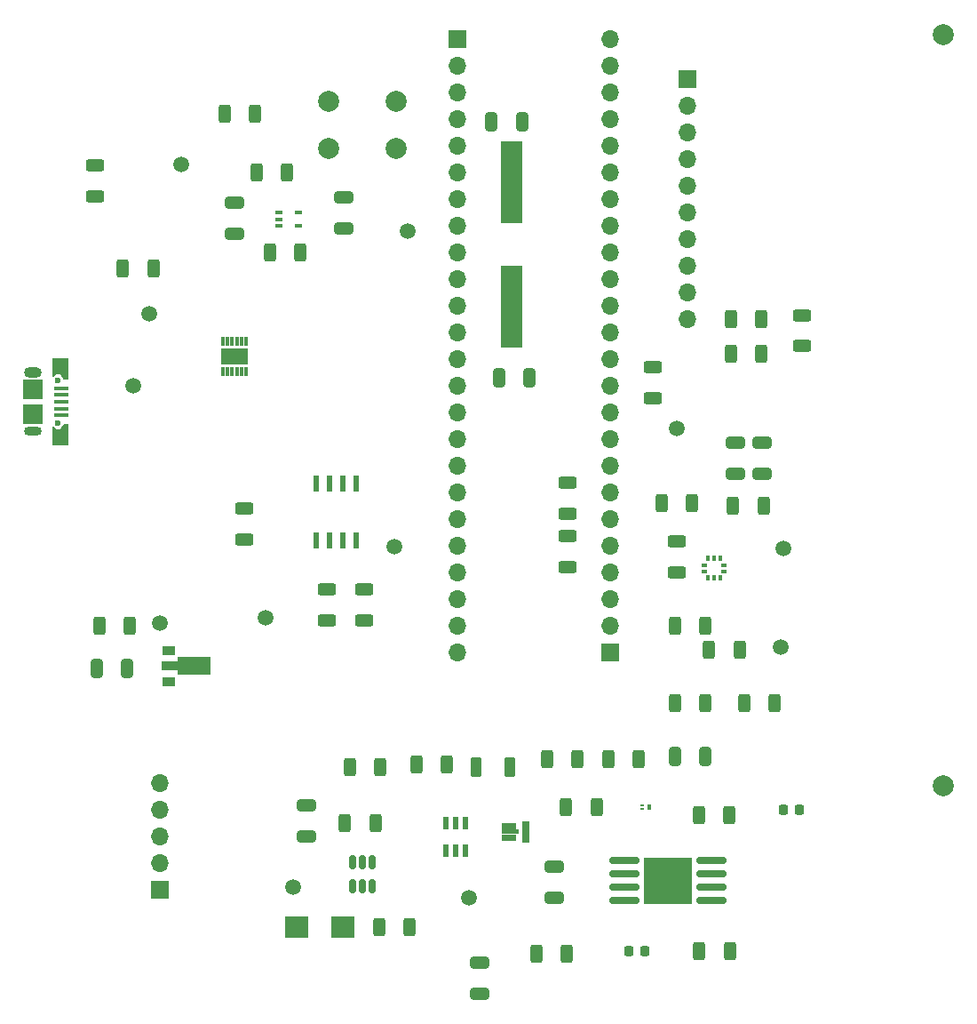
<source format=gbr>
%TF.GenerationSoftware,KiCad,Pcbnew,(7.0.0)*%
%TF.CreationDate,2023-04-25T10:25:48+02:00*%
%TF.ProjectId,main_v0.6,6d61696e-5f76-4302-9e36-2e6b69636164,rev?*%
%TF.SameCoordinates,Original*%
%TF.FileFunction,Soldermask,Top*%
%TF.FilePolarity,Negative*%
%FSLAX46Y46*%
G04 Gerber Fmt 4.6, Leading zero omitted, Abs format (unit mm)*
G04 Created by KiCad (PCBNEW (7.0.0)) date 2023-04-25 10:25:48*
%MOMM*%
%LPD*%
G01*
G04 APERTURE LIST*
G04 Aperture macros list*
%AMRoundRect*
0 Rectangle with rounded corners*
0 $1 Rounding radius*
0 $2 $3 $4 $5 $6 $7 $8 $9 X,Y pos of 4 corners*
0 Add a 4 corners polygon primitive as box body*
4,1,4,$2,$3,$4,$5,$6,$7,$8,$9,$2,$3,0*
0 Add four circle primitives for the rounded corners*
1,1,$1+$1,$2,$3*
1,1,$1+$1,$4,$5*
1,1,$1+$1,$6,$7*
1,1,$1+$1,$8,$9*
0 Add four rect primitives between the rounded corners*
20,1,$1+$1,$2,$3,$4,$5,0*
20,1,$1+$1,$4,$5,$6,$7,0*
20,1,$1+$1,$6,$7,$8,$9,0*
20,1,$1+$1,$8,$9,$2,$3,0*%
%AMFreePoly0*
4,1,9,3.862500,-0.866500,0.737500,-0.866500,0.737500,-0.450000,-0.737500,-0.450000,-0.737500,0.450000,0.737500,0.450000,0.737500,0.866500,3.862500,0.866500,3.862500,-0.866500,3.862500,-0.866500,$1*%
%AMFreePoly1*
4,1,9,1.050000,0.350000,0.550000,0.000000,0.550000,-0.400000,0.800000,-0.650000,0.800000,-0.800000,-1.050000,-0.800000,-1.050000,0.800000,1.050000,0.800000,1.050000,0.350000,1.050000,0.350000,$1*%
%AMFreePoly2*
4,1,9,1.050000,-0.800000,-0.800000,-0.800000,-0.800000,-0.650000,-0.550000,-0.400000,-0.550000,0.000000,-1.050000,0.350000,-1.050000,0.800000,1.050000,0.800000,1.050000,-0.800000,1.050000,-0.800000,$1*%
G04 Aperture macros list end*
%ADD10C,0.010000*%
%ADD11RoundRect,0.250000X-0.312500X-0.625000X0.312500X-0.625000X0.312500X0.625000X-0.312500X0.625000X0*%
%ADD12RoundRect,0.007500X-0.117500X0.412500X-0.117500X-0.412500X0.117500X-0.412500X0.117500X0.412500X0*%
%ADD13R,2.500000X1.600000*%
%ADD14RoundRect,0.250000X0.625000X-0.312500X0.625000X0.312500X-0.625000X0.312500X-0.625000X-0.312500X0*%
%ADD15R,0.650000X0.400000*%
%ADD16R,1.700000X1.700000*%
%ADD17O,1.700000X1.700000*%
%ADD18RoundRect,0.250000X-0.325000X-0.650000X0.325000X-0.650000X0.325000X0.650000X-0.325000X0.650000X0*%
%ADD19C,1.500000*%
%ADD20RoundRect,0.250000X-0.625000X0.312500X-0.625000X-0.312500X0.625000X-0.312500X0.625000X0.312500X0*%
%ADD21RoundRect,0.218750X-0.218750X-0.256250X0.218750X-0.256250X0.218750X0.256250X-0.218750X0.256250X0*%
%ADD22R,0.550000X1.200000*%
%ADD23R,2.000000X7.875000*%
%ADD24RoundRect,0.250000X0.312500X0.625000X-0.312500X0.625000X-0.312500X-0.625000X0.312500X-0.625000X0*%
%ADD25RoundRect,0.250000X-0.275000X-0.700000X0.275000X-0.700000X0.275000X0.700000X-0.275000X0.700000X0*%
%ADD26RoundRect,0.150000X-0.150000X0.512500X-0.150000X-0.512500X0.150000X-0.512500X0.150000X0.512500X0*%
%ADD27RoundRect,0.175000X-1.250000X-0.175000X1.250000X-0.175000X1.250000X0.175000X-1.250000X0.175000X0*%
%ADD28R,4.570000X4.450000*%
%ADD29RoundRect,0.250000X0.650000X-0.325000X0.650000X0.325000X-0.650000X0.325000X-0.650000X-0.325000X0*%
%ADD30RoundRect,0.250000X-0.650000X0.325000X-0.650000X-0.325000X0.650000X-0.325000X0.650000X0.325000X0*%
%ADD31R,1.300000X0.900000*%
%ADD32FreePoly0,0.000000*%
%ADD33RoundRect,0.250000X0.325000X0.650000X-0.325000X0.650000X-0.325000X-0.650000X0.325000X-0.650000X0*%
%ADD34R,0.600000X1.550000*%
%ADD35R,2.200000X2.150000*%
%ADD36C,2.000000*%
%ADD37RoundRect,0.100000X-0.175000X-0.100000X0.175000X-0.100000X0.175000X0.100000X-0.175000X0.100000X0*%
%ADD38RoundRect,0.100000X-0.100000X-0.175000X0.100000X-0.175000X0.100000X0.175000X-0.100000X0.175000X0*%
%ADD39R,0.380000X0.150000*%
%ADD40R,0.380000X0.630000*%
%ADD41C,0.600000*%
%ADD42R,1.350000X0.400000*%
%ADD43FreePoly1,270.000000*%
%ADD44O,1.700000X1.000000*%
%ADD45R,1.900000X1.900000*%
%ADD46O,1.700000X0.850000*%
%ADD47FreePoly2,270.000000*%
G04 APERTURE END LIST*
%TO.C,U7*%
G36*
X137221000Y-128993000D02*
G01*
X135931000Y-128993000D01*
X135931000Y-128503000D01*
X137221000Y-128503000D01*
X137221000Y-128993000D01*
G37*
D10*
X137221000Y-128993000D02*
X135931000Y-128993000D01*
X135931000Y-128503000D01*
X137221000Y-128503000D01*
X137221000Y-128993000D01*
G36*
X137521000Y-129468000D02*
G01*
X135931000Y-129468000D01*
X135931000Y-129128000D01*
X137521000Y-129128000D01*
X137521000Y-129468000D01*
G37*
X137521000Y-129468000D02*
X135931000Y-129468000D01*
X135931000Y-129128000D01*
X137521000Y-129128000D01*
X137521000Y-129468000D01*
G36*
X137221000Y-130093000D02*
G01*
X135931000Y-130093000D01*
X135931000Y-129603000D01*
X137221000Y-129603000D01*
X137221000Y-130093000D01*
G37*
X137221000Y-130093000D02*
X135931000Y-130093000D01*
X135931000Y-129603000D01*
X137221000Y-129603000D01*
X137221000Y-130093000D01*
G36*
X138471000Y-128743000D02*
G01*
X137881000Y-128743000D01*
X137881000Y-128353000D01*
X138471000Y-128353000D01*
X138471000Y-128743000D01*
G37*
X138471000Y-128743000D02*
X137881000Y-128743000D01*
X137881000Y-128353000D01*
X138471000Y-128353000D01*
X138471000Y-128743000D01*
G36*
X138471000Y-129243000D02*
G01*
X137881000Y-129243000D01*
X137881000Y-128853000D01*
X138471000Y-128853000D01*
X138471000Y-129243000D01*
G37*
X138471000Y-129243000D02*
X137881000Y-129243000D01*
X137881000Y-128853000D01*
X138471000Y-128853000D01*
X138471000Y-129243000D01*
G36*
X138471000Y-129743000D02*
G01*
X137881000Y-129743000D01*
X137881000Y-129353000D01*
X138471000Y-129353000D01*
X138471000Y-129743000D01*
G37*
X138471000Y-129743000D02*
X137881000Y-129743000D01*
X137881000Y-129353000D01*
X138471000Y-129353000D01*
X138471000Y-129743000D01*
G36*
X138471000Y-130243000D02*
G01*
X137881000Y-130243000D01*
X137881000Y-129853000D01*
X138471000Y-129853000D01*
X138471000Y-130243000D01*
G37*
X138471000Y-130243000D02*
X137881000Y-130243000D01*
X137881000Y-129853000D01*
X138471000Y-129853000D01*
X138471000Y-130243000D01*
%TD*%
D11*
%TO.C,R28*%
X157795500Y-80530000D03*
X160720500Y-80530000D03*
%TD*%
D12*
%TO.C,U5*%
X111615000Y-82639000D03*
X111165000Y-82639000D03*
X110715000Y-82639000D03*
X110265000Y-82639000D03*
X109815000Y-82639000D03*
X109365000Y-82639000D03*
X109365000Y-85509000D03*
X109815000Y-85509000D03*
X110265000Y-85509000D03*
X110715000Y-85509000D03*
X111165000Y-85509000D03*
X111615000Y-85509000D03*
D13*
X110489999Y-84073999D03*
%TD*%
D14*
%TO.C,R22*%
X142240000Y-104078500D03*
X142240000Y-101153500D03*
%TD*%
D15*
%TO.C,U1*%
X114685999Y-70327999D03*
X114685999Y-70977999D03*
X114685999Y-71627999D03*
X116585999Y-71627999D03*
X116585999Y-70327999D03*
%TD*%
D11*
%TO.C,R1*%
X109535500Y-60960000D03*
X112460500Y-60960000D03*
%TD*%
D16*
%TO.C,J1*%
X131772999Y-53857999D03*
D17*
X131772999Y-56397999D03*
X131772999Y-58937999D03*
X131772999Y-61477999D03*
X131772999Y-64017999D03*
X131772999Y-66557999D03*
X131772999Y-69097999D03*
X131772999Y-71637999D03*
X131772999Y-74177999D03*
X131772999Y-76717999D03*
X131772999Y-79257999D03*
X131772999Y-81797999D03*
X131772999Y-84337999D03*
X131772999Y-86877999D03*
X131772999Y-89417999D03*
X131772999Y-91957999D03*
X131772999Y-94497999D03*
X131772999Y-97037999D03*
X131772999Y-99577999D03*
X131772999Y-102117999D03*
X131772999Y-104657999D03*
X131772999Y-107197999D03*
X131772999Y-109737999D03*
X131772999Y-112277999D03*
%TD*%
D11*
%TO.C,R7*%
X152461500Y-109728000D03*
X155386500Y-109728000D03*
%TD*%
D18*
%TO.C,C7*%
X97331000Y-113792000D03*
X100281000Y-113792000D03*
%TD*%
D19*
%TO.C,TP14*%
X102362000Y-80010000D03*
%TD*%
%TO.C,TP3*%
X152654000Y-90932000D03*
%TD*%
D20*
%TO.C,R18*%
X119253000Y-106235000D03*
X119253000Y-109160000D03*
%TD*%
D11*
%TO.C,R24*%
X99822000Y-75692000D03*
X102747000Y-75692000D03*
%TD*%
D19*
%TO.C,TP11*%
X125730000Y-102140500D03*
%TD*%
D21*
%TO.C,D2*%
X162788500Y-127254000D03*
X164363500Y-127254000D03*
%TD*%
D11*
%TO.C,R17*%
X127823500Y-122936000D03*
X130748500Y-122936000D03*
%TD*%
D22*
%TO.C,IC1*%
X130621999Y-131093999D03*
X131571999Y-131093999D03*
X132521999Y-131093999D03*
X132521999Y-128493999D03*
X131571999Y-128493999D03*
X130621999Y-128493999D03*
%TD*%
D23*
%TO.C,Y1*%
X136905999Y-79343499D03*
X136905999Y-67468499D03*
%TD*%
D11*
%TO.C,R32*%
X112583500Y-66548000D03*
X115508500Y-66548000D03*
%TD*%
%TO.C,R15*%
X146111500Y-122428000D03*
X149036500Y-122428000D03*
%TD*%
D18*
%TO.C,C11*%
X152449000Y-122174000D03*
X155399000Y-122174000D03*
%TD*%
D16*
%TO.C,J4*%
X103377999Y-134873999D03*
D17*
X103377999Y-132333999D03*
X103377999Y-129793999D03*
X103377999Y-127253999D03*
X103377999Y-124713999D03*
%TD*%
D24*
%TO.C,R2*%
X160913000Y-98298000D03*
X157988000Y-98298000D03*
%TD*%
D25*
%TO.C,L1*%
X133553000Y-123190000D03*
X136703000Y-123190000D03*
%TD*%
D26*
%TO.C,Q1*%
X123632000Y-132212500D03*
X122682000Y-132212500D03*
X121732000Y-132212500D03*
X121732000Y-134487500D03*
X122682000Y-134487500D03*
X123632000Y-134487500D03*
%TD*%
D27*
%TO.C,U4*%
X147618000Y-132080000D03*
X147618000Y-133350000D03*
X147618000Y-134620000D03*
X147618000Y-135890000D03*
X155918000Y-135890000D03*
X155918000Y-134620000D03*
X155918000Y-133350000D03*
X155918000Y-132080000D03*
D28*
X151767999Y-133984999D03*
%TD*%
D14*
%TO.C,R30*%
X97220500Y-68772500D03*
X97220500Y-65847500D03*
%TD*%
D11*
%TO.C,R11*%
X142109000Y-127000000D03*
X145034000Y-127000000D03*
%TD*%
D29*
%TO.C,C3*%
X158242000Y-95201000D03*
X158242000Y-92251000D03*
%TD*%
%TO.C,C5*%
X140970000Y-135587000D03*
X140970000Y-132637000D03*
%TD*%
D11*
%TO.C,R23*%
X152461500Y-117094000D03*
X155386500Y-117094000D03*
%TD*%
D30*
%TO.C,C1*%
X110490000Y-69391000D03*
X110490000Y-72341000D03*
%TD*%
D16*
%TO.C,J3*%
X153669999Y-57657999D03*
D17*
X153669999Y-60197999D03*
X153669999Y-62737999D03*
X153669999Y-65277999D03*
X153669999Y-67817999D03*
X153669999Y-70357999D03*
X153669999Y-72897999D03*
X153669999Y-75437999D03*
X153669999Y-77977999D03*
X153669999Y-80517999D03*
%TD*%
D11*
%TO.C,R5*%
X151191500Y-98044000D03*
X154116500Y-98044000D03*
%TD*%
D19*
%TO.C,TP4*%
X105410000Y-65786000D03*
%TD*%
%TO.C,TP6*%
X103378000Y-109474000D03*
%TD*%
D20*
%TO.C,R4*%
X152654000Y-101661500D03*
X152654000Y-104586500D03*
%TD*%
D11*
%TO.C,R14*%
X140269500Y-122428000D03*
X143194500Y-122428000D03*
%TD*%
D31*
%TO.C,U3*%
X104221999Y-112037999D03*
D32*
X104309500Y-113538000D03*
D31*
X104221999Y-115037999D03*
%TD*%
D33*
%TO.C,C9*%
X137922000Y-61722000D03*
X134972000Y-61722000D03*
%TD*%
D34*
%TO.C,U8*%
X122046999Y-96138499D03*
X120776999Y-96138499D03*
X119506999Y-96138499D03*
X118236999Y-96138499D03*
X118236999Y-101538499D03*
X119506999Y-101538499D03*
X120776999Y-101538499D03*
X122046999Y-101538499D03*
%TD*%
D35*
%TO.C,D1*%
X116417999Y-138429999D03*
X120817999Y-138429999D03*
%TD*%
D11*
%TO.C,R3*%
X113853500Y-74168000D03*
X116778500Y-74168000D03*
%TD*%
%TO.C,R26*%
X159065500Y-117094000D03*
X161990500Y-117094000D03*
%TD*%
%TO.C,R10*%
X121027000Y-128524000D03*
X123952000Y-128524000D03*
%TD*%
D19*
%TO.C,TP13*%
X100838000Y-86868000D03*
%TD*%
D16*
%TO.C,J2*%
X146303999Y-112267999D03*
D17*
X146303999Y-109727999D03*
X146303999Y-107187999D03*
X146303999Y-104647999D03*
X146303999Y-102107999D03*
X146303999Y-99567999D03*
X146303999Y-97027999D03*
X146303999Y-94487999D03*
X146303999Y-91947999D03*
X146303999Y-89407999D03*
X146303999Y-86867999D03*
X146303999Y-84327999D03*
X146303999Y-81787999D03*
X146303999Y-79247999D03*
X146303999Y-76707999D03*
X146303999Y-74167999D03*
X146303999Y-71627999D03*
X146303999Y-69087999D03*
X146303999Y-66547999D03*
X146303999Y-64007999D03*
X146303999Y-61467999D03*
X146303999Y-58927999D03*
X146303999Y-56387999D03*
X146303999Y-53847999D03*
%TD*%
D11*
%TO.C,R16*%
X121473500Y-123190000D03*
X124398500Y-123190000D03*
%TD*%
%TO.C,R13*%
X154747500Y-127762000D03*
X157672500Y-127762000D03*
%TD*%
D33*
%TO.C,C8*%
X138635000Y-86106000D03*
X135685000Y-86106000D03*
%TD*%
D36*
%TO.C,SW1*%
X119432000Y-59726000D03*
X125932000Y-59726000D03*
X119432000Y-64226000D03*
X125932000Y-64226000D03*
%TD*%
D19*
%TO.C,TP8*%
X116078000Y-134620000D03*
%TD*%
D11*
%TO.C,R21*%
X139253500Y-140970000D03*
X142178500Y-140970000D03*
%TD*%
D20*
%TO.C,R25*%
X111440500Y-98552000D03*
X111440500Y-101477000D03*
%TD*%
D11*
%TO.C,R6*%
X155700500Y-112014000D03*
X158625500Y-112014000D03*
%TD*%
D29*
%TO.C,C4*%
X160782000Y-95201000D03*
X160782000Y-92251000D03*
%TD*%
D20*
%TO.C,R9*%
X142240000Y-96073500D03*
X142240000Y-98998500D03*
%TD*%
D30*
%TO.C,C10*%
X117348000Y-126795000D03*
X117348000Y-129745000D03*
%TD*%
D11*
%TO.C,R8*%
X124267500Y-138430000D03*
X127192500Y-138430000D03*
%TD*%
D20*
%TO.C,R19*%
X122809000Y-106233500D03*
X122809000Y-109158500D03*
%TD*%
D14*
%TO.C,R31*%
X164592000Y-83058000D03*
X164592000Y-80133000D03*
%TD*%
D37*
%TO.C,U2*%
X155285000Y-103931000D03*
X155285000Y-104531000D03*
D38*
X155610000Y-105156000D03*
X156210000Y-105156000D03*
X156810000Y-105156000D03*
D37*
X157135000Y-104531000D03*
X157135000Y-103931000D03*
D38*
X156810000Y-103306000D03*
X156210000Y-103306000D03*
X155610000Y-103306000D03*
%TD*%
D19*
%TO.C,TP7*%
X132842000Y-135636000D03*
%TD*%
D21*
%TO.C,D4*%
X148056500Y-140716000D03*
X149631500Y-140716000D03*
%TD*%
D11*
%TO.C,R20*%
X97597500Y-109728000D03*
X100522500Y-109728000D03*
%TD*%
D19*
%TO.C,TP5*%
X127000000Y-72136000D03*
%TD*%
%TO.C,TP1*%
X162560000Y-111760000D03*
%TD*%
D39*
%TO.C,Q2*%
X149351999Y-126825999D03*
X149351999Y-127174999D03*
D40*
X150011999Y-126999999D03*
%TD*%
D36*
%TO.C,BT1*%
X178054000Y-53368000D03*
X178054000Y-124968000D03*
%TD*%
D29*
%TO.C,C6*%
X133858000Y-144731000D03*
X133858000Y-141781000D03*
%TD*%
D19*
%TO.C,TP2*%
X162814000Y-102362000D03*
%TD*%
%TO.C,TP12*%
X113411000Y-108904500D03*
%TD*%
D20*
%TO.C,R27*%
X150368000Y-85090000D03*
X150368000Y-88015000D03*
%TD*%
D11*
%TO.C,R29*%
X157795500Y-83820000D03*
X160720500Y-83820000D03*
%TD*%
%TO.C,R12*%
X154809000Y-140716000D03*
X157734000Y-140716000D03*
%TD*%
D41*
%TO.C,J5*%
X93654000Y-86361000D03*
X93654000Y-90361000D03*
D42*
X93978999Y-87060999D03*
X93978999Y-87710999D03*
X93978999Y-88360999D03*
X93978999Y-89010999D03*
X93978999Y-89660999D03*
D43*
X93854000Y-85261000D03*
D44*
X91303999Y-85535999D03*
D45*
X91303999Y-87160999D03*
X91303999Y-89560999D03*
D46*
X91303999Y-91185999D03*
D47*
X93854000Y-91461000D03*
%TD*%
D29*
%TO.C,C2*%
X120904000Y-71882000D03*
X120904000Y-68932000D03*
%TD*%
M02*

</source>
